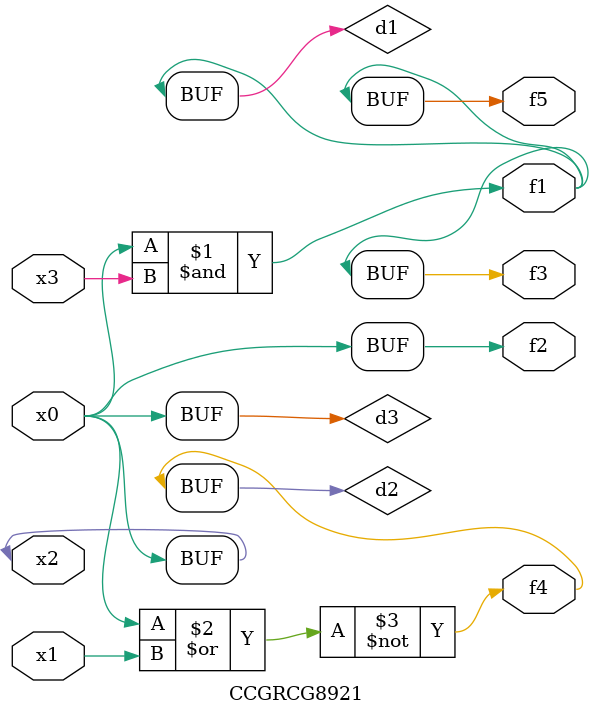
<source format=v>
module CCGRCG8921(
	input x0, x1, x2, x3,
	output f1, f2, f3, f4, f5
);

	wire d1, d2, d3;

	and (d1, x2, x3);
	nor (d2, x0, x1);
	buf (d3, x0, x2);
	assign f1 = d1;
	assign f2 = d3;
	assign f3 = d1;
	assign f4 = d2;
	assign f5 = d1;
endmodule

</source>
